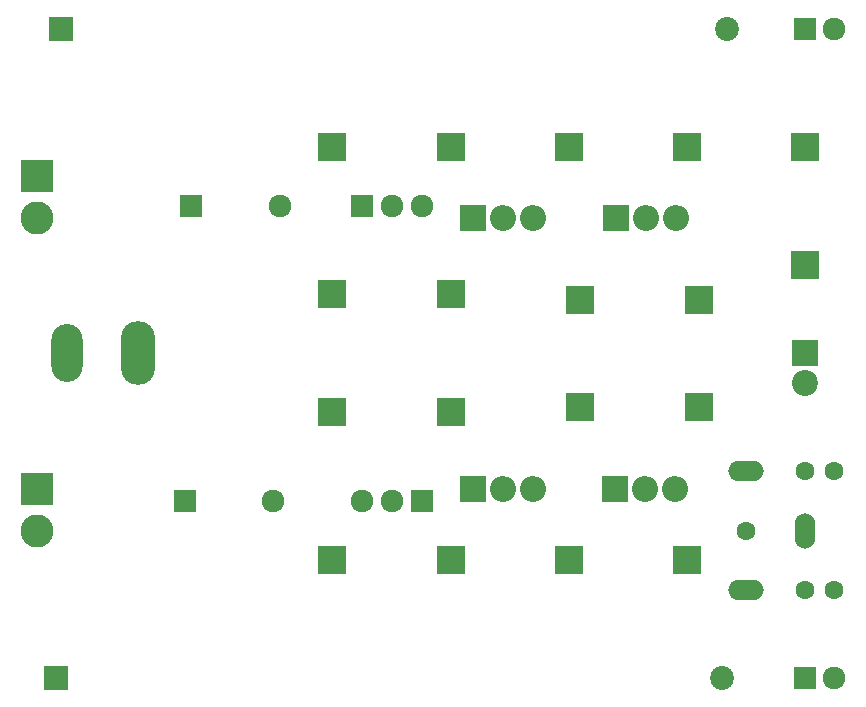
<source format=gbr>
G04 #@! TF.FileFunction,Soldermask,Bot*
%FSLAX46Y46*%
G04 Gerber Fmt 4.6, Leading zero omitted, Abs format (unit mm)*
G04 Created by KiCad (PCBNEW 4.0.7+dfsg1-1ubuntu2) date Sun Jul 21 21:14:32 2019*
%MOMM*%
%LPD*%
G01*
G04 APERTURE LIST*
%ADD10C,0.100000*%
%ADD11R,2.025600X2.025600*%
%ADD12C,2.025600*%
%ADD13R,1.924000X1.924000*%
%ADD14C,1.924000*%
%ADD15C,1.920000*%
%ADD16R,1.920000X1.920000*%
%ADD17R,2.200000X2.200000*%
%ADD18O,2.200000X2.200000*%
%ADD19C,2.800000*%
%ADD20R,2.800000X2.800000*%
%ADD21O,2.900000X5.400000*%
%ADD22O,2.650000X4.900000*%
%ADD23O,1.708000X3.016000*%
%ADD24O,3.016000X1.708000*%
%ADD25C,1.600000*%
%ADD26C,2.200000*%
%ADD27R,2.398980X2.398980*%
G04 APERTURE END LIST*
D10*
D11*
X36612000Y-85000000D03*
D12*
X93000000Y-85000000D03*
D13*
X48000000Y-45000000D03*
D14*
X55518400Y-45000000D03*
D13*
X99985400Y-85000000D03*
D14*
X102500000Y-85000000D03*
D13*
X47481600Y-70000000D03*
D14*
X55000000Y-70000000D03*
D13*
X99985400Y-30000000D03*
D14*
X102500000Y-30000000D03*
D11*
X37000000Y-30000000D03*
D12*
X93388000Y-30000000D03*
D15*
X65040000Y-70000000D03*
X62500000Y-70000000D03*
D16*
X67580000Y-70000000D03*
D15*
X65040000Y-45000000D03*
X67580000Y-45000000D03*
D16*
X62500000Y-45000000D03*
D17*
X71920000Y-69000000D03*
D18*
X74460000Y-69000000D03*
X77000000Y-69000000D03*
D17*
X71920000Y-46000000D03*
D18*
X74460000Y-46000000D03*
X77000000Y-46000000D03*
D17*
X84000000Y-46000000D03*
D18*
X86540000Y-46000000D03*
X89080000Y-46000000D03*
D17*
X83920000Y-69000000D03*
D18*
X86460000Y-69000000D03*
X89000000Y-69000000D03*
D19*
X35000000Y-72500000D03*
D20*
X35000000Y-69000000D03*
D19*
X35000000Y-46000000D03*
D20*
X35000000Y-42500000D03*
D21*
X43500000Y-57500000D03*
D22*
X37500000Y-57500000D03*
D23*
X100000000Y-72500000D03*
D24*
X95000000Y-67500000D03*
X95000000Y-77500000D03*
D25*
X102500000Y-77500000D03*
X100000000Y-77500000D03*
X95000000Y-72500000D03*
X102500000Y-67500000D03*
X100000000Y-67500000D03*
D17*
X100000000Y-57500000D03*
D26*
X100000000Y-60040000D03*
D27*
X70000000Y-40000000D03*
X59997480Y-40000000D03*
X59997480Y-52500000D03*
X70000000Y-52500000D03*
X79997480Y-40000000D03*
X90000000Y-40000000D03*
X80997480Y-53000000D03*
X91000000Y-53000000D03*
X70002520Y-75000000D03*
X60000000Y-75000000D03*
X59997480Y-62500000D03*
X70000000Y-62500000D03*
X79997480Y-75000000D03*
X90000000Y-75000000D03*
X80997480Y-62000000D03*
X91000000Y-62000000D03*
X100000000Y-50000000D03*
X100000000Y-39997480D03*
M02*

</source>
